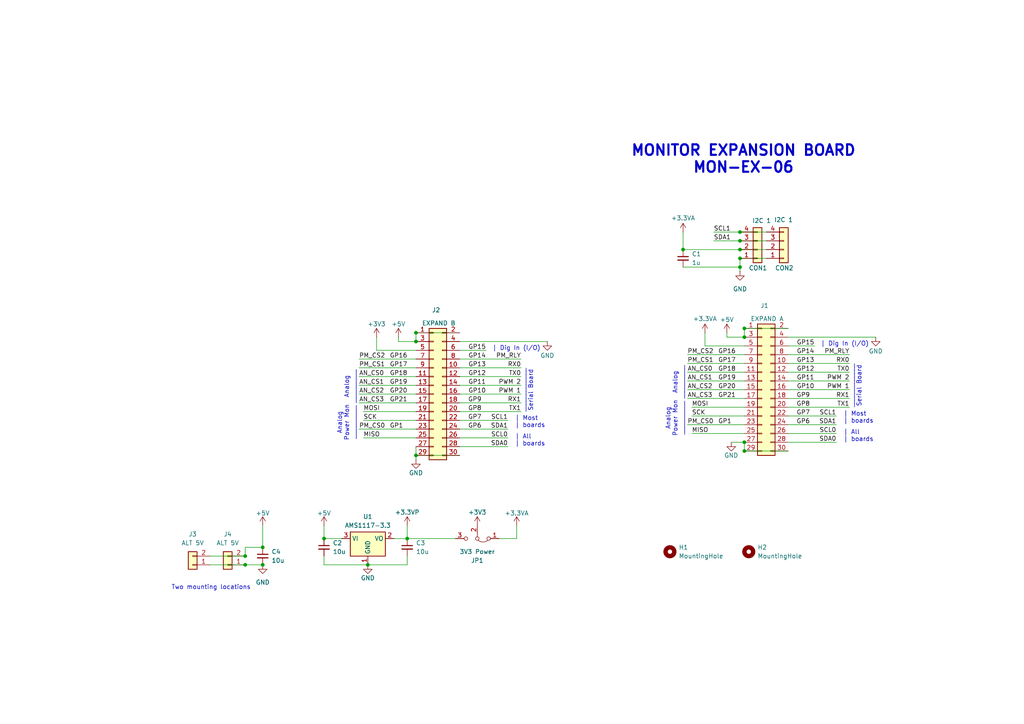
<source format=kicad_sch>
(kicad_sch (version 20231120) (generator "eeschema") (generator_version "8.0")
  (paper "A4")
  (lib_symbols
    (symbol "Connector_Generic:Conn_01x02" (pin_names (offset 1.016) hide)
      (property "Reference" "J" (at 0 2.54 0))
      (property "Value" "Conn_01x02" (at 0 -5.08 0))
      (symbol "Conn_01x02_1_1"
        (rectangle (start -1.27 -2.413) (end 0 -2.667) (stroke (width 0.1524)))
        (rectangle (start -1.27 0.127) (end 0 -0.127) (stroke (width 0.1524)))
        (rectangle (start -1.27 1.27) (end 1.27 -3.81) (stroke (width 0.254)) (fill (type background)))
        (pin passive line (at -5.08 0 0) (length 3.81) (name "Pin_1") (number "1"))
        (pin passive line (at -5.08 -2.54 0) (length 3.81) (name "Pin_2") (number "2"))
      )
    )
    (symbol "Connector_Generic:Conn_01x04" (pin_names (offset 1.016) hide)
      (property "Reference" "J" (at 0 5.08 0))
      (property "Value" "Conn_01x04" (at 0 -7.62 0))
      (symbol "Conn_01x04_1_1"
        (rectangle (start -1.27 -4.953) (end 0 -5.207) (stroke (width 0.1524)))
        (rectangle (start -1.27 -2.413) (end 0 -2.667) (stroke (width 0.1524)))
        (rectangle (start -1.27 0.127) (end 0 -0.127) (stroke (width 0.1524)))
        (rectangle (start -1.27 2.667) (end 0 2.413) (stroke (width 0.1524)))
        (rectangle (start -1.27 3.81) (end 1.27 -6.35) (stroke (width 0.254)) (fill (type background)))
        (pin passive line (at -5.08 2.54 0) (length 3.81) (name "Pin_1") (number "1"))
        (pin passive line (at -5.08 0 0) (length 3.81) (name "Pin_2") (number "2"))
        (pin passive line (at -5.08 -2.54 0) (length 3.81) (name "Pin_3") (number "3"))
        (pin passive line (at -5.08 -5.08 0) (length 3.81) (name "Pin_4") (number "4"))
      )
    )
    (symbol "Connector_Generic:Conn_02x15_Odd_Even" (pin_names (offset 1.016) hide)
      (property "Reference" "J" (at 1.27 20.32 0))
      (property "Value" "Conn_02x15_Odd_Even" (at 1.27 -20.32 0))
      (symbol "Conn_02x15_Odd_Even_1_1"
        (rectangle (start -1.27 -17.653) (end 0 -17.907) (stroke (width 0.1524)))
        (rectangle (start -1.27 -15.113) (end 0 -15.367) (stroke (width 0.1524)))
        (rectangle (start -1.27 -12.573) (end 0 -12.827) (stroke (width 0.1524)))
        (rectangle (start -1.27 -10.033) (end 0 -10.287) (stroke (width 0.1524)))
        (rectangle (start -1.27 -7.493) (end 0 -7.747) (stroke (width 0.1524)))
        (rectangle (start -1.27 -4.953) (end 0 -5.207) (stroke (width 0.1524)))
        (rectangle (start -1.27 -2.413) (end 0 -2.667) (stroke (width 0.1524)))
        (rectangle (start -1.27 0.127) (end 0 -0.127) (stroke (width 0.1524)))
        (rectangle (start -1.27 2.667) (end 0 2.413) (stroke (width 0.1524)))
        (rectangle (start -1.27 5.207) (end 0 4.953) (stroke (width 0.1524)))
        (rectangle (start -1.27 7.747) (end 0 7.493) (stroke (width 0.1524)))
        (rectangle (start -1.27 10.287) (end 0 10.033) (stroke (width 0.1524)))
        (rectangle (start -1.27 12.827) (end 0 12.573) (stroke (width 0.1524)))
        (rectangle (start -1.27 15.367) (end 0 15.113) (stroke (width 0.1524)))
        (rectangle (start -1.27 17.907) (end 0 17.653) (stroke (width 0.1524)))
        (rectangle (start -1.27 19.05) (end 3.81 -19.05) (stroke (width 0.254)) (fill (type background)))
        (rectangle (start 3.81 -17.653) (end 2.54 -17.907) (stroke (width 0.1524)))
        (rectangle (start 3.81 -15.113) (end 2.54 -15.367) (stroke (width 0.1524)))
        (rectangle (start 3.81 -12.573) (end 2.54 -12.827) (stroke (width 0.1524)))
        (rectangle (start 3.81 -10.033) (end 2.54 -10.287) (stroke (width 0.1524)))
        (rectangle (start 3.81 -7.493) (end 2.54 -7.747) (stroke (width 0.1524)))
        (rectangle (start 3.81 -4.953) (end 2.54 -5.207) (stroke (width 0.1524)))
        (rectangle (start 3.81 -2.413) (end 2.54 -2.667) (stroke (width 0.1524)))
        (rectangle (start 3.81 0.127) (end 2.54 -0.127) (stroke (width 0.1524)))
        (rectangle (start 3.81 2.667) (end 2.54 2.413) (stroke (width 0.1524)))
        (rectangle (start 3.81 5.207) (end 2.54 4.953) (stroke (width 0.1524)))
        (rectangle (start 3.81 7.747) (end 2.54 7.493) (stroke (width 0.1524)))
        (rectangle (start 3.81 10.287) (end 2.54 10.033) (stroke (width 0.1524)))
        (rectangle (start 3.81 12.827) (end 2.54 12.573) (stroke (width 0.1524)))
        (rectangle (start 3.81 15.367) (end 2.54 15.113) (stroke (width 0.1524)))
        (rectangle (start 3.81 17.907) (end 2.54 17.653) (stroke (width 0.1524)))
        (pin passive line (at -5.08 17.78 0) (length 3.81) (name "Pin_1") (number "1"))
        (pin passive line (at 7.62 7.62 180) (length 3.81) (name "Pin_10") (number "10"))
        (pin passive line (at -5.08 5.08 0) (length 3.81) (name "Pin_11") (number "11"))
        (pin passive line (at 7.62 5.08 180) (length 3.81) (name "Pin_12") (number "12"))
        (pin passive line (at -5.08 2.54 0) (length 3.81) (name "Pin_13") (number "13"))
        (pin passive line (at 7.62 2.54 180) (length 3.81) (name "Pin_14") (number "14"))
        (pin passive line (at -5.08 0 0) (length 3.81) (name "Pin_15") (number "15"))
        (pin passive line (at 7.62 0 180) (length 3.81) (name "Pin_16") (number "16"))
        (pin passive line (at -5.08 -2.54 0) (length 3.81) (name "Pin_17") (number "17"))
        (pin passive line (at 7.62 -2.54 180) (length 3.81) (name "Pin_18") (number "18"))
        (pin passive line (at -5.08 -5.08 0) (length 3.81) (name "Pin_19") (number "19"))
        (pin passive line (at 7.62 17.78 180) (length 3.81) (name "Pin_2") (number "2"))
        (pin passive line (at 7.62 -5.08 180) (length 3.81) (name "Pin_20") (number "20"))
        (pin passive line (at -5.08 -7.62 0) (length 3.81) (name "Pin_21") (number "21"))
        (pin passive line (at 7.62 -7.62 180) (length 3.81) (name "Pin_22") (number "22"))
        (pin passive line (at -5.08 -10.16 0) (length 3.81) (name "Pin_23") (number "23"))
        (pin passive line (at 7.62 -10.16 180) (length 3.81) (name "Pin_24") (number "24"))
        (pin passive line (at -5.08 -12.7 0) (length 3.81) (name "Pin_25") (number "25"))
        (pin passive line (at 7.62 -12.7 180) (length 3.81) (name "Pin_26") (number "26"))
        (pin passive line (at -5.08 -15.24 0) (length 3.81) (name "Pin_27") (number "27"))
        (pin passive line (at 7.62 -15.24 180) (length 3.81) (name "Pin_28") (number "28"))
        (pin passive line (at -5.08 -17.78 0) (length 3.81) (name "Pin_29") (number "29"))
        (pin passive line (at -5.08 15.24 0) (length 3.81) (name "Pin_3") (number "3"))
        (pin passive line (at 7.62 -17.78 180) (length 3.81) (name "Pin_30") (number "30"))
        (pin passive line (at 7.62 15.24 180) (length 3.81) (name "Pin_4") (number "4"))
        (pin passive line (at -5.08 12.7 0) (length 3.81) (name "Pin_5") (number "5"))
        (pin passive line (at 7.62 12.7 180) (length 3.81) (name "Pin_6") (number "6"))
        (pin passive line (at -5.08 10.16 0) (length 3.81) (name "Pin_7") (number "7"))
        (pin passive line (at 7.62 10.16 180) (length 3.81) (name "Pin_8") (number "8"))
        (pin passive line (at -5.08 7.62 0) (length 3.81) (name "Pin_9") (number "9"))
      )
    )
    (symbol "Device:C_Small" (pin_numbers hide) (pin_names (offset 0.254) hide)
      (property "Reference" "C" (at 0.254 1.778 0))
      (property "Value" "C_Small" (at 0.254 -2.032 0))
      (symbol "C_Small_0_1"
        (polyline (pts (xy -1.524 -0.508) (xy 1.524 -0.508)) (stroke (width 0.3302)))
        (polyline (pts (xy -1.524 0.508) (xy 1.524 0.508)) (stroke (width 0.3048)))
      )
      (symbol "C_Small_1_1"
        (pin passive line (at 0 2.54 270) (length 2.032) (name "~") (number "1"))
        (pin passive line (at 0 -2.54 90) (length 2.032) (name "~") (number "2"))
      )
    )
    (symbol "Jumper:Jumper_3_Bridged12" (pin_names (offset 0) hide) (exclude_from_sim yes) (in_bom no)
      (property "Reference" "JP" (at -2.54 -2.54 0))
      (property "Value" "Jumper_3_Bridged12" (at 0 2.794 0))
      (symbol "Jumper_3_Bridged12_0_0"
        (circle (center -3.302 0) (radius 0.508))
        (circle (center 0 0) (radius 0.508))
        (circle (center 3.302 0) (radius 0.508))
      )
      (symbol "Jumper_3_Bridged12_0_1"
        (arc (start -0.254 0.508) (mid -1.651 0.9912) (end -3.048 0.508))
        (polyline (pts (xy 0 -1.27) (xy 0 -0.508)))
      )
      (symbol "Jumper_3_Bridged12_1_1"
        (pin passive line (at -6.35 0 0) (length 2.54) (name "A") (number "1"))
        (pin passive line (at 0 -3.81 90) (length 2.54) (name "C") (number "2"))
        (pin passive line (at 6.35 0 180) (length 2.54) (name "B") (number "3"))
      )
    )
    (symbol "Mechanical:MountingHole" (pin_names (offset 1.016)) (exclude_from_sim yes) (in_bom no)
      (property "Reference" "H" (at 0 5.08 0))
      (property "Value" "MountingHole" (at 0 3.175 0))
      (symbol "MountingHole_0_1"
        (circle (center 0 0) (radius 1.27) (stroke (width 1.27)))
      )
    )
    (symbol "Regulator_Linear:AMS1117-3.3"
      (property "Reference" "U" (at -3.81 3.175 0))
      (property "Value" "AMS1117-3.3" (at 0 3.175 0))
      (symbol "AMS1117-3.3_0_1"
        (rectangle (start -5.08 -5.08) (end 5.08 1.905) (stroke (width 0.254)) (fill (type background)))
      )
      (symbol "AMS1117-3.3_1_1"
        (pin power_in line (at 0 -7.62 90) (length 2.54) (name "GND") (number "1"))
        (pin power_out line (at 7.62 0 180) (length 2.54) (name "VO") (number "2"))
        (pin power_in line (at -7.62 0 0) (length 2.54) (name "VI") (number "3"))
      )
    )
    (symbol "power:+3.3VA" (power) (pin_numbers hide) (pin_names (offset 0) hide)
      (property "Value" "+3.3VA" (at 0 3.556 0))
      (symbol "+3.3VA_0_1"
        (polyline (pts (xy -0.762 1.27) (xy 0 2.54)))
        (polyline (pts (xy 0 0) (xy 0 2.54)))
        (polyline (pts (xy 0 2.54) (xy 0.762 1.27)))
      )
      (symbol "+3.3VA_1_1"
        (pin power_in line (at 0 0 90) (length 0) (name "~") (number "1"))
      )
    )
    (symbol "power:+3.3VP" (power) (pin_numbers hide) (pin_names (offset 0) hide)
      (property "Value" "+3.3VP" (at 0 3.556 0))
      (symbol "+3.3VP_0_0"
        (pin power_in line (at 0 0 90) (length 0) (name "~") (number "1"))
      )
      (symbol "+3.3VP_0_1"
        (polyline (pts (xy -0.762 1.27) (xy 0 2.54)))
        (polyline (pts (xy 0 0) (xy 0 2.54)))
        (polyline (pts (xy 0 2.54) (xy 0.762 1.27)))
      )
    )
    (symbol "power:+3V3" (power) (pin_numbers hide) (pin_names (offset 0) hide)
      (property "Value" "+3V3" (at 0 3.556 0))
      (symbol "+3V3_0_1"
        (polyline (pts (xy -0.762 1.27) (xy 0 2.54)))
        (polyline (pts (xy 0 0) (xy 0 2.54)))
        (polyline (pts (xy 0 2.54) (xy 0.762 1.27)))
      )
      (symbol "+3V3_1_1"
        (pin power_in line (at 0 0 90) (length 0) (name "~") (number "1"))
      )
    )
    (symbol "power:+5V" (power) (pin_numbers hide) (pin_names (offset 0) hide)
      (property "Value" "+5V" (at 0 3.556 0))
      (symbol "+5V_0_1"
        (polyline (pts (xy -0.762 1.27) (xy 0 2.54)))
        (polyline (pts (xy 0 0) (xy 0 2.54)))
        (polyline (pts (xy 0 2.54) (xy 0.762 1.27)))
      )
      (symbol "+5V_1_1"
        (pin power_in line (at 0 0 90) (length 0) (name "~") (number "1"))
      )
    )
    (symbol "power:GND" (power) (pin_numbers hide) (pin_names (offset 0) hide)
      (property "Value" "GND" (at 0 -3.81 0))
      (symbol "GND_0_1"
        (polyline (pts (xy 0 0) (xy 0 -1.27) (xy 1.27 -1.27) (xy 0 -2.54) (xy -1.27 -1.27) (xy 0 -1.27)))
      )
      (symbol "GND_1_1"
        (pin power_in line (at 0 0 270) (length 0) (name "~") (number "1"))
      )
    )
  )
  (junction (at 93.98 156.21))
  (junction (at 215.9 128.27))
  (junction (at 215.9 130.81))
  (junction (at 76.2 158.75))
  (junction (at 76.2 163.83))
  (junction (at 214.63 69.85))
  (junction (at 215.9 97.79))
  (junction (at 214.63 72.39))
  (junction (at 120.65 132.08))
  (junction (at 214.63 74.93))
  (junction (at 71.12 163.83))
  (junction (at 120.65 99.06))
  (junction (at 118.11 156.21))
  (junction (at 106.68 163.83))
  (junction (at 120.65 96.52))
  (junction (at 198.12 72.39))
  (junction (at 71.12 161.29))
  (junction (at 214.63 77.47))
  (junction (at 215.9 95.25))
  (junction (at 214.63 67.31))
  (wire (pts (xy 222.25 67.31) (xy 214.63 67.31)))
  (wire (pts (xy 120.65 132.08) (xy 133.35 132.08)))
  (wire (pts (xy 115.57 99.06) (xy 120.65 99.06)))
  (wire (pts (xy 115.57 97.79) (xy 115.57 99.06)))
  (wire (pts (xy 133.35 127) (xy 147.32 127)))
  (wire (pts (xy 105.41 119.38) (xy 120.65 119.38)))
  (wire (pts (xy 198.12 77.47) (xy 214.63 77.47)))
  (wire (pts (xy 214.63 69.85) (xy 222.25 69.85)))
  (wire (pts (xy 199.39 115.57) (xy 215.9 115.57)))
  (wire (pts (xy 228.6 128.27) (xy 242.57 128.27)))
  (wire (pts (xy 60.96 161.29) (xy 71.12 161.29)))
  (wire (pts (xy 228.6 102.87) (xy 246.38 102.87)))
  (wire (pts (xy 133.35 99.06) (xy 158.75 99.06)))
  (wire (pts (xy 105.41 121.92) (xy 120.65 121.92)))
  (wire (pts (xy 76.2 152.4) (xy 76.2 158.75)))
  (wire (pts (xy 104.14 111.76) (xy 120.65 111.76)))
  (wire (pts (xy 133.35 129.54) (xy 147.32 129.54)))
  (wire (pts (xy 228.6 105.41) (xy 246.38 105.41)))
  (wire (pts (xy 133.35 106.68) (xy 151.13 106.68)))
  (wire (pts (xy 60.96 163.83) (xy 71.12 163.83)))
  (wire (pts (xy 118.11 161.29) (xy 118.11 163.83)))
  (wire (pts (xy 149.86 152.4) (xy 149.86 156.21)))
  (wire (pts (xy 104.14 106.68) (xy 120.65 106.68)))
  (wire (pts (xy 200.66 118.11) (xy 215.9 118.11)))
  (wire (pts (xy 149.86 156.21) (xy 144.78 156.21)))
  (wire (pts (xy 120.65 96.52) (xy 133.35 96.52)))
  (wire (pts (xy 93.98 152.4) (xy 93.98 156.21)))
  (wire (pts (xy 199.39 110.49) (xy 215.9 110.49)))
  (wire (pts (xy 204.47 96.52) (xy 204.47 100.33)))
  (wire (pts (xy 210.82 96.52) (xy 210.82 97.79)))
  (wire (pts (xy 93.98 161.29) (xy 93.98 163.83)))
  (wire (pts (xy 228.6 110.49) (xy 246.38 110.49)))
  (wire (pts (xy 199.39 113.03) (xy 215.9 113.03)))
  (wire (pts (xy 105.41 127) (xy 120.65 127)))
  (wire (pts (xy 228.6 125.73) (xy 242.57 125.73)))
  (wire (pts (xy 133.35 119.38) (xy 151.13 119.38)))
  (wire (pts (xy 210.82 97.79) (xy 215.9 97.79)))
  (wire (pts (xy 199.39 102.87) (xy 215.9 102.87)))
  (wire (pts (xy 133.35 116.84) (xy 151.13 116.84)))
  (wire (pts (xy 207.01 69.85) (xy 214.63 69.85)))
  (wire (pts (xy 71.12 161.29) (xy 71.12 158.75)))
  (wire (pts (xy 215.9 128.27) (xy 215.9 130.81)))
  (wire (pts (xy 198.12 72.39) (xy 214.63 72.39)))
  (wire (pts (xy 133.35 124.46) (xy 147.32 124.46)))
  (wire (pts (xy 93.98 156.21) (xy 99.06 156.21)))
  (wire (pts (xy 228.6 115.57) (xy 246.38 115.57)))
  (wire (pts (xy 109.22 97.79) (xy 109.22 101.6)))
  (wire (pts (xy 228.6 100.33) (xy 236.22 100.33)))
  (wire (pts (xy 71.12 158.75) (xy 76.2 158.75)))
  (wire (pts (xy 200.66 120.65) (xy 215.9 120.65)))
  (wire (pts (xy 228.6 107.95) (xy 246.38 107.95)))
  (wire (pts (xy 228.6 120.65) (xy 242.57 120.65)))
  (wire (pts (xy 114.3 156.21) (xy 118.11 156.21)))
  (wire (pts (xy 212.09 128.27) (xy 215.9 128.27)))
  (wire (pts (xy 228.6 97.79) (xy 254 97.79)))
  (wire (pts (xy 214.63 77.47) (xy 214.63 74.93)))
  (wire (pts (xy 118.11 156.21) (xy 132.08 156.21)))
  (wire (pts (xy 133.35 111.76) (xy 151.13 111.76)))
  (wire (pts (xy 199.39 107.95) (xy 215.9 107.95)))
  (wire (pts (xy 198.12 67.31) (xy 198.12 72.39)))
  (wire (pts (xy 133.35 114.3) (xy 151.13 114.3)))
  (wire (pts (xy 93.98 163.83) (xy 106.68 163.83)))
  (wire (pts (xy 215.9 95.25) (xy 228.6 95.25)))
  (wire (pts (xy 228.6 118.11) (xy 246.38 118.11)))
  (wire (pts (xy 133.35 121.92) (xy 147.32 121.92)))
  (wire (pts (xy 104.14 124.46) (xy 120.65 124.46)))
  (wire (pts (xy 133.35 101.6) (xy 140.97 101.6)))
  (wire (pts (xy 133.35 104.14) (xy 151.13 104.14)))
  (wire (pts (xy 104.14 104.14) (xy 120.65 104.14)))
  (wire (pts (xy 199.39 123.19) (xy 215.9 123.19)))
  (wire (pts (xy 104.14 109.22) (xy 120.65 109.22)))
  (wire (pts (xy 222.25 72.39) (xy 214.63 72.39)))
  (wire (pts (xy 120.65 96.52) (xy 120.65 99.06)))
  (wire (pts (xy 104.14 114.3) (xy 120.65 114.3)))
  (wire (pts (xy 118.11 152.4) (xy 118.11 156.21)))
  (wire (pts (xy 120.65 132.08) (xy 120.65 129.54)))
  (wire (pts (xy 228.6 113.03) (xy 246.38 113.03)))
  (wire (pts (xy 222.25 74.93) (xy 214.63 74.93)))
  (wire (pts (xy 104.14 116.84) (xy 120.65 116.84)))
  (wire (pts (xy 204.47 100.33) (xy 215.9 100.33)))
  (wire (pts (xy 200.66 125.73) (xy 215.9 125.73)))
  (wire (pts (xy 118.11 163.83) (xy 106.68 163.83)))
  (wire (pts (xy 215.9 95.25) (xy 215.9 97.79)))
  (wire (pts (xy 71.12 163.83) (xy 76.2 163.83)))
  (wire (pts (xy 120.65 133.35) (xy 120.65 132.08)))
  (wire (pts (xy 228.6 123.19) (xy 242.57 123.19)))
  (wire (pts (xy 199.39 105.41) (xy 215.9 105.41)))
  (wire (pts (xy 207.01 67.31) (xy 214.63 67.31)))
  (wire (pts (xy 215.9 130.81) (xy 228.6 130.81)))
  (wire (pts (xy 133.35 109.22) (xy 151.13 109.22)))
  (wire (pts (xy 214.63 77.47) (xy 214.63 78.74)))
  (wire (pts (xy 109.22 101.6) (xy 120.65 101.6)))
  (text "| All\n| boards" (at 149.352 127.762 0) (effects (font (size 1.27 1.27)) (justify left)))
  (text "| Dig In (I/O)" (at 237.998 99.822 0) (effects (font (size 1.27 1.27)) (justify left)))
  (text "_____________\nSerial Board" (at 248.158 112.014 90) (effects (font (size 1.27 1.27))))
  (text "Analog\n__________" (at 196.85 110.998 90) (effects (font (size 1.27 1.27))))
  (text "| Most\n| boards" (at 244.602 121.158 0) (effects (font (size 1.27 1.27)) (justify left)))
  (text "Analog\n__________" (at 101.6 112.268 90) (effects (font (size 1.27 1.27))))
  (text "Analog\nPower Mon\n__________" (at 100.584 122.682 90) (effects (font (size 1.27 1.27))))
  (text "MONITOR EXPANSION BOARD\nMON-EX-06\n" (at 215.646 46.228 0) (effects (font (size 3.048 3.048) (thickness 0.6096) (bold yes))))
  (text "| Dig In (I/O)" (at 142.748 101.092 0) (effects (font (size 1.27 1.27)) (justify left)))
  (text "| Most\n| boards" (at 149.352 122.428 0) (effects (font (size 1.27 1.27)) (justify left)))
  (text "_____________\nSerial Board" (at 152.908 113.284 90) (effects (font (size 1.27 1.27))))
  (text "Two mounting locations" (at 61.214 170.434 0) (effects (font (size 1.27 1.27))))
  (text "Analog\nPower Mon\n__________" (at 195.834 121.412 90) (effects (font (size 1.27 1.27))))
  (text "| All\n| boards" (at 244.602 126.492 0) (effects (font (size 1.27 1.27)) (justify left)))
  (label "RX1" (at 246.38 115.57 180))
  (label "GP18" (at 208.28 107.95 0))
  (label "MISO" (at 200.66 125.73 0))
  (label "PM_CS0" (at 199.39 123.19 0))
  (label "GP1" (at 208.28 123.19 0))
  (label "GP11" (at 236.22 110.49 180))
  (label "MOSI" (at 200.66 118.11 0))
  (label "AN_CS0" (at 199.39 107.95 0))
  (label "GP10" (at 236.22 113.03 180))
  (label "GP19" (at 208.28 110.49 0))
  (label "GP15" (at 140.97 101.6 180))
  (label "GP8" (at 139.7 119.38 180))
  (label "SCK" (at 105.41 121.92 0))
  (label "GP19" (at 113.03 111.76 0))
  (label "SCL1" (at 207.01 67.31 0))
  (label "GP6" (at 234.95 123.19 180))
  (label "AN_CS2" (at 104.14 114.3 0))
  (label "GP11" (at 140.97 111.76 180))
  (label "RX1" (at 151.13 116.84 180))
  (label "GP12" (at 140.97 109.22 180))
  (label "PWM 1" (at 151.13 114.3 180))
  (label "SCL0" (at 147.32 127 180))
  (label "TX1" (at 246.38 118.11 180))
  (label "GP18" (at 113.03 109.22 0))
  (label "PWM 2" (at 246.38 110.49 180))
  (label "PM_CS1" (at 199.39 105.41 0))
  (label "GP17" (at 208.28 105.41 0))
  (label "TX1" (at 151.13 119.38 180))
  (label "PM_CS1" (at 104.14 106.68 0))
  (label "AN_CS2" (at 199.39 113.03 0))
  (label "AN_CS3" (at 104.14 116.84 0))
  (label "RX0" (at 246.38 105.41 180))
  (label "GP21" (at 208.28 115.57 0))
  (label "GP21" (at 113.03 116.84 0))
  (label "SDA1" (at 242.57 123.19 180))
  (label "GP13" (at 236.22 105.41 180))
  (label "MISO" (at 105.41 127 0))
  (label "AN_CS3" (at 199.39 115.57 0))
  (label "GP15" (at 236.22 100.33 180))
  (label "GP16" (at 208.28 102.87 0))
  (label "SCL1" (at 147.32 121.92 180))
  (label "PM_RLY" (at 151.13 104.14 180))
  (label "RX0" (at 151.13 106.68 180))
  (label "AN_CS1" (at 199.39 110.49 0))
  (label "SCK" (at 200.66 120.65 0))
  (label "SDA0" (at 242.57 128.27 180))
  (label "PM_RLY" (at 246.38 102.87 180))
  (label "SDA1" (at 147.32 124.46 180))
  (label "GP20" (at 113.03 114.3 0))
  (label "PWM 2" (at 151.13 111.76 180))
  (label "SDA1" (at 207.01 69.85 0))
  (label "GP1" (at 113.03 124.46 0))
  (label "GP13" (at 140.97 106.68 180))
  (label "GP16" (at 113.03 104.14 0))
  (label "AN_CS0" (at 104.14 109.22 0))
  (label "MOSI" (at 105.41 119.38 0))
  (label "PM_CS0" (at 104.14 124.46 0))
  (label "SCL1" (at 242.57 120.65 180))
  (label "GP10" (at 140.97 114.3 180))
  (label "PM_CS2" (at 199.39 102.87 0))
  (label "GP9" (at 234.95 115.57 180))
  (label "GP20" (at 208.28 113.03 0))
  (label "GP17" (at 113.03 106.68 0))
  (label "SCL0" (at 242.57 125.73 180))
  (label "TX0" (at 151.13 109.22 180))
  (label "AN_CS1" (at 104.14 111.76 0))
  (label "GP14" (at 140.97 104.14 180))
  (label "PWM 1" (at 246.38 113.03 180))
  (label "GP9" (at 139.7 116.84 180))
  (label "GP6" (at 139.7 124.46 180))
  (label "SDA0" (at 147.32 129.54 180))
  (label "PM_CS2" (at 104.14 104.14 0))
  (label "GP7" (at 139.7 121.92 180))
  (label "GP7" (at 234.95 120.65 180))
  (label "GP14" (at 236.22 102.87 180))
  (label "GP8" (at 234.95 118.11 180))
  (label "GP12" (at 236.22 107.95 180))
  (label "TX0" (at 246.38 107.95 180))
  (symbol (lib_id "power:GND") (at 158.75 99.06 0) (unit 1)
    (property "Reference" "#PWR08" (effects (hide yes)))
    (property "Value" "GND" (at 158.75 103.124 0))
    (property "Description" "Power symbol creates a global label with name \"GND\" , ground" (effects (hide yes)))
  )
  (symbol (lib_id "Device:C_Small") (at 198.12 74.93 0) (unit 1)
    (property "Reference" "C1" (at 200.66 73.6662 0) (effects (justify left)))
    (property "Value" "1u" (at 200.66 76.2062 0) (effects (justify left)))
    (property "Footprint" "Capacitor_SMD:C_0805_2012Metric_Pad1.18x1.45mm_HandSolder" (effects (hide yes)))
    (property "Description" "Unpolarized capacitor, small symbol" (effects (hide yes)))
  )
  (symbol (lib_id "power:GND") (at 212.09 128.27 0) (unit 1)
    (property "Reference" "#PWR09" (effects (hide yes)))
    (property "Value" "GND" (at 212.09 132.08 0))
    (property "Description" "Power symbol creates a global label with name \"GND\" , ground" (effects (hide yes)))
  )
  (symbol (lib_id "Connector_Generic:Conn_02x15_Odd_Even") (at 220.98 113.03 0) (unit 1)
    (property "Reference" "J1" (at 221.742 88.646 0))
    (property "Value" "EXPAND A" (at 222.504 92.456 0))
    (property "Footprint" "Connector_PinHeader_2.54mm:PinHeader_2x15_P2.54mm_Vertical" (effects (hide yes)))
    (property "Description" "Generic connector, double row, 02x15, odd/even pin numbering scheme (row 1 odd numbers, row 2 even numbers), script generated (kicad-library-utils/schlib/autogen/connector/)" (effects (hide yes)))
  )
  (symbol (lib_id "power:+5V") (at 76.2 152.4 0) (unit 1)
    (property "Reference" "#PWR011" (effects (hide yes)))
    (property "Value" "+5V" (at 76.2 148.844 0))
    (property "Description" "Power symbol creates a global label with name \"+5V\"" (effects (hide yes)))
  )
  (symbol (lib_id "Connector_Generic:Conn_01x02") (at 66.04 163.83 180) (unit 1)
    (property "Reference" "J4" (at 66.04 154.94 0))
    (property "Value" "ALT 5V" (at 66.04 157.48 0))
    (property "Footprint" "SamacSys_Parts:OQ0232510000G" (effects (hide yes)))
    (property "Description" "Generic connector, single row, 01x02, script generated (kicad-library-utils/schlib/autogen/connector/)" (effects (hide yes)))
  )
  (symbol (lib_id "power:GND") (at 76.2 163.83 0) (unit 1)
    (property "Reference" "#PWR016" (effects (hide yes)))
    (property "Value" "GND" (at 76.2 168.91 0))
    (property "Description" "Power symbol creates a global label with name \"GND\" , ground" (effects (hide yes)))
  )
  (symbol (lib_id "power:+5V") (at 93.98 152.4 0) (unit 1)
    (property "Reference" "#PWR012" (effects (hide yes)))
    (property "Value" "+5V" (at 93.98 148.844 0))
    (property "Description" "Power symbol creates a global label with name \"+5V\"" (effects (hide yes)))
  )
  (symbol (lib_id "power:GND") (at 254 97.79 0) (unit 1)
    (property "Reference" "#PWR07" (effects (hide yes)))
    (property "Value" "GND" (at 254 101.854 0))
    (property "Description" "Power symbol creates a global label with name \"GND\" , ground" (effects (hide yes)))
  )
  (symbol (lib_id "power:+3V3") (at 109.22 97.79 0) (unit 1)
    (property "Reference" "#PWR05" (effects (hide yes)))
    (property "Value" "+3V3" (at 109.22 93.98 0))
    (property "Description" "Power symbol creates a global label with name \"+3V3\"" (effects (hide yes)))
  )
  (symbol (lib_id "Device:C_Small") (at 118.11 158.75 0) (unit 1)
    (property "Reference" "C3" (at 120.65 157.4862 0) (effects (justify left)))
    (property "Value" "10u" (at 120.65 160.0262 0) (effects (justify left)))
    (property "Footprint" "Capacitor_SMD:C_0805_2012Metric_Pad1.18x1.45mm_HandSolder" (effects (hide yes)))
    (property "Description" "Unpolarized capacitor, small symbol" (effects (hide yes)))
  )
  (symbol (lib_id "Connector_Generic:Conn_01x04") (at 227.33 72.39 0) (mirror x) (unit 1)
    (property "Reference" "CON2" (at 224.79 77.724 0) (effects (justify left)))
    (property "Value" "I2C 1" (at 224.536 63.754 0) (effects (justify left)))
    (property "Footprint" "RP:JST_SH_SM04B-SRSS-TB_1x04-1MP_P1.00mm_Horizontal_wide_MP" (effects (hide yes)))
    (property "Description" "Generic connector, single row, 01x04, script generated (kicad-library-utils/schlib/autogen/connector/)" (effects (hide yes)))
  )
  (symbol (lib_id "Connector_Generic:Conn_01x04") (at 219.71 72.39 0) (mirror x) (unit 1)
    (property "Reference" "CON1" (at 217.17 77.724 0) (effects (justify left)))
    (property "Value" "I2C 1" (at 218.186 64.008 0) (effects (justify left)))
    (property "Footprint" "Connector_PinSocket_2.54mm:PinSocket_1x04_P2.54mm_Vertical" (effects (hide yes)))
    (property "Description" "Generic connector, single row, 01x04, script generated (kicad-library-utils/schlib/autogen/connector/)" (effects (hide yes)))
  )
  (symbol (lib_id "Connector_Generic:Conn_02x15_Odd_Even") (at 125.73 114.3 0) (unit 1)
    (property "Reference" "J2" (at 126.492 89.916 0))
    (property "Value" "EXPAND B" (at 127.254 93.726 0))
    (property "Footprint" "Connector_PinHeader_2.54mm:PinHeader_2x15_P2.54mm_Vertical" (effects (hide yes)))
    (property "Description" "Generic connector, double row, 02x15, odd/even pin numbering scheme (row 1 odd numbers, row 2 even numbers), script generated (kicad-library-utils/schlib/autogen/connector/)" (effects (hide yes)))
  )
  (symbol (lib_id "Jumper:Jumper_3_Bridged12") (at 138.43 156.21 180) (unit 1) (exclude_from_sim yes) (in_bom no)
    (property "Reference" "JP1" (at 138.43 162.56 0))
    (property "Value" "3V3 Power" (at 138.43 160.02 0))
    (property "Footprint" "RP:SolderJumper-3_P1.3mm_Bridged12_Pad1.5x1.5mm_NumberLabels" (effects (hide yes)))
    (property "Description" "Jumper, 3-pole, pins 1+2 closed/bridged" (effects (hide yes)))
  )
  (symbol (lib_id "Device:C_Small") (at 76.2 161.29 0) (unit 1)
    (property "Reference" "C4" (at 78.74 160.0262 0) (effects (justify left)))
    (property "Value" "10u" (at 78.74 162.5662 0) (effects (justify left)))
    (property "Footprint" "Capacitor_SMD:C_0805_2012Metric_Pad1.18x1.45mm_HandSolder" (effects (hide yes)))
    (property "Description" "Unpolarized capacitor, small symbol" (effects (hide yes)))
  )
  (symbol (lib_id "Mechanical:MountingHole") (at 217.17 160.02 0) (unit 1) (exclude_from_sim yes) (in_bom no)
    (property "Reference" "H2" (at 219.71 158.7499 0) (effects (justify left)))
    (property "Value" "MountingHole" (at 219.71 161.2899 0) (effects (justify left)))
    (property "Footprint" "MountingHole:MountingHole_3.5mm" (effects (hide yes)))
    (property "Description" "Mounting Hole without connection" (effects (hide yes)))
  )
  (symbol (lib_id "power:GND") (at 106.68 163.83 0) (unit 1)
    (property "Reference" "#PWR017" (effects (hide yes)))
    (property "Value" "GND" (at 106.68 167.64 0))
    (property "Description" "Power symbol creates a global label with name \"GND\" , ground" (effects (hide yes)))
  )
  (symbol (lib_id "Connector_Generic:Conn_01x02") (at 55.88 163.83 180) (unit 1)
    (property "Reference" "J3" (at 55.88 154.94 0))
    (property "Value" "ALT 5V" (at 55.88 157.48 0))
    (property "Footprint" "SamacSys_Parts:OQ0232510000G" (effects (hide yes)))
    (property "Description" "Generic connector, single row, 01x02, script generated (kicad-library-utils/schlib/autogen/connector/)" (effects (hide yes)))
  )
  (symbol (lib_id "power:+3.3VA") (at 204.47 96.52 0) (unit 1)
    (property "Reference" "#PWR03" (effects (hide yes)))
    (property "Value" "+3.3VA" (at 204.47 92.456 0))
    (property "Description" "Power symbol creates a global label with name \"+3.3VA\"" (effects (hide yes)))
  )
  (symbol (lib_id "Mechanical:MountingHole") (at 194.31 160.02 0) (unit 1) (exclude_from_sim yes) (in_bom no)
    (property "Reference" "H1" (at 196.85 158.7499 0) (effects (justify left)))
    (property "Value" "MountingHole" (at 196.85 161.2899 0) (effects (justify left)))
    (property "Footprint" "MountingHole:MountingHole_3.5mm" (effects (hide yes)))
    (property "Description" "Mounting Hole without connection" (effects (hide yes)))
  )
  (symbol (lib_id "power:+5V") (at 210.82 96.52 0) (unit 1)
    (property "Reference" "#PWR04" (effects (hide yes)))
    (property "Value" "+5V" (at 210.82 92.71 0))
    (property "Description" "Power symbol creates a global label with name \"+5V\"" (effects (hide yes)))
  )
  (symbol (lib_id "power:+3.3VA") (at 198.12 67.31 0) (unit 1)
    (property "Reference" "#PWR01" (effects (hide yes)))
    (property "Value" "+3.3VA" (at 198.12 63.246 0))
    (property "Description" "Power symbol creates a global label with name \"+3.3VA\"" (effects (hide yes)))
  )
  (symbol (lib_id "Device:C_Small") (at 93.98 158.75 0) (unit 1)
    (property "Reference" "C2" (at 96.52 157.4862 0) (effects (justify left)))
    (property "Value" "10u" (at 96.52 160.0262 0) (effects (justify left)))
    (property "Footprint" "Capacitor_SMD:C_0805_2012Metric_Pad1.18x1.45mm_HandSolder" (effects (hide yes)))
    (property "Description" "Unpolarized capacitor, small symbol" (effects (hide yes)))
  )
  (symbol (lib_id "Regulator_Linear:AMS1117-3.3") (at 106.68 156.21 0) (unit 1)
    (property "Reference" "U1" (at 106.68 149.86 0))
    (property "Value" "AMS1117-3.3" (at 106.68 152.4 0))
    (property "Footprint" "Package_TO_SOT_SMD:SOT-223-3_TabPin2" (effects (hide yes)))
    (property "Datasheet" "http://www.advanced-monolithic.com/pdf/ds1117.pdf" (effects (hide yes)))
    (property "Description" "1A Low Dropout regulator, positive, 3.3V fixed output, SOT-223" (effects (hide yes)))
  )
  (symbol (lib_id "power:+3.3VA") (at 149.86 152.4 0) (unit 1)
    (property "Reference" "#PWR015" (effects (hide yes)))
    (property "Value" "+3.3VA" (at 149.86 148.844 0))
    (property "Description" "Power symbol creates a global label with name \"+3.3VA\"" (effects (hide yes)))
  )
  (symbol (lib_id "power:GND") (at 120.65 133.35 0) (unit 1)
    (property "Reference" "#PWR010" (effects (hide yes)))
    (property "Value" "GND" (at 120.65 137.16 0))
    (property "Description" "Power symbol creates a global label with name \"GND\" , ground" (effects (hide yes)))
  )
  (symbol (lib_id "power:GND") (at 214.63 78.74 0) (unit 1)
    (property "Reference" "#PWR02" (effects (hide yes)))
    (property "Value" "GND" (at 214.63 83.82 0))
    (property "Description" "Power symbol creates a global label with name \"GND\" , ground" (effects (hide yes)))
  )
  (symbol (lib_id "power:+5V") (at 115.57 97.79 0) (unit 1)
    (property "Reference" "#PWR06" (effects (hide yes)))
    (property "Value" "+5V" (at 115.57 93.98 0))
    (property "Description" "Power symbol creates a global label with name \"+5V\"" (effects (hide yes)))
  )
  (symbol (lib_id "power:+3V3") (at 138.43 152.4 0) (unit 1)
    (property "Reference" "#PWR014" (effects (hide yes)))
    (property "Value" "+3V3" (at 138.43 148.59 0))
    (property "Description" "Power symbol creates a global label with name \"+3V3\"" (effects (hide yes)))
  )
  (symbol (lib_id "power:+3.3VP") (at 118.11 152.4 0) (unit 1)
    (property "Reference" "#PWR013" (effects (hide yes)))
    (property "Value" "+3.3VP" (at 118.11 148.59 0))
    (property "Description" "Power symbol creates a global label with name \"+3.3VP\"" (effects (hide yes)))
  )
)
</source>
